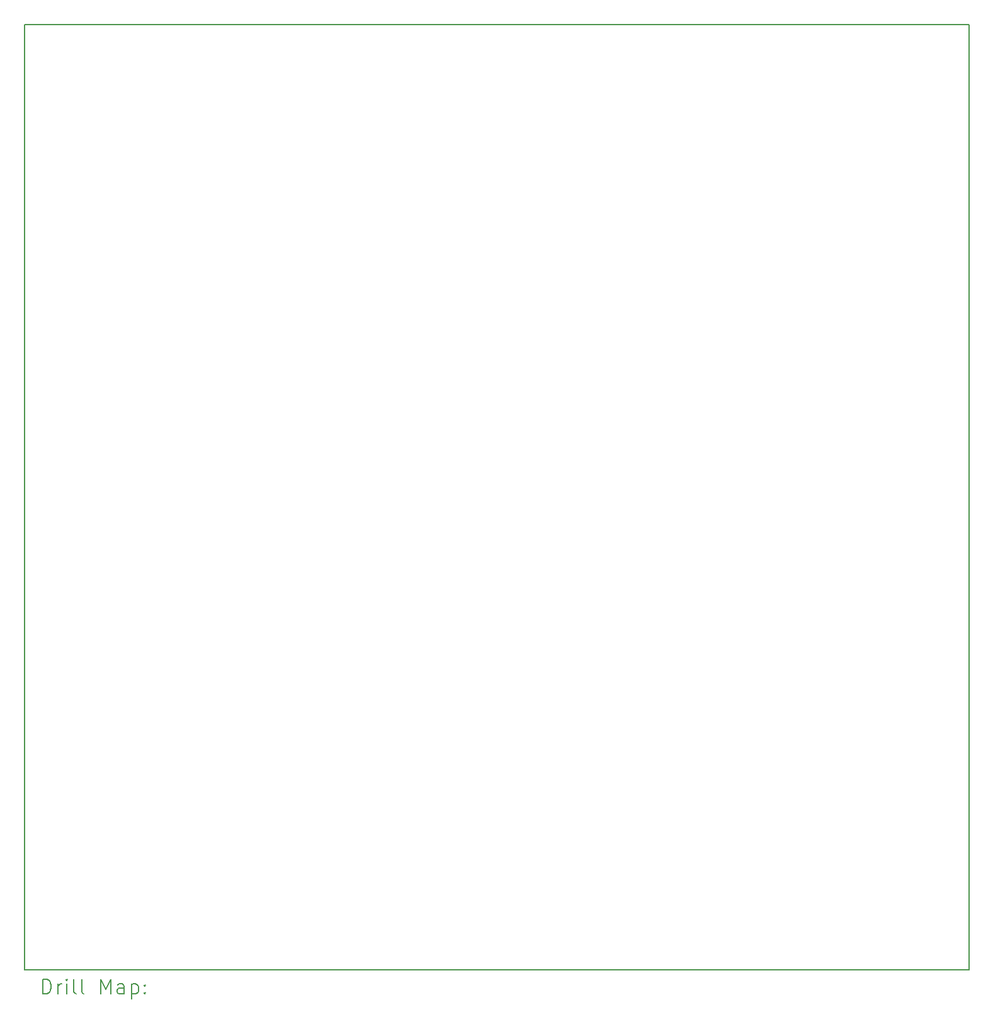
<source format=gbr>
%FSLAX45Y45*%
G04 Gerber Fmt 4.5, Leading zero omitted, Abs format (unit mm)*
G04 Created by KiCad (PCBNEW (6.0.0)) date 2023-02-19 13:33:10*
%MOMM*%
%LPD*%
G01*
G04 APERTURE LIST*
%TA.AperFunction,Profile*%
%ADD10C,0.200000*%
%TD*%
%ADD11C,0.200000*%
G04 APERTURE END LIST*
D10*
X14700000Y-2000000D02*
X14700000Y-14700000D01*
X14700000Y-14700000D02*
X2000000Y-14700000D01*
X2000000Y-2000000D02*
X14700000Y-2000000D01*
X2000000Y-2000000D02*
X2000000Y-14700000D01*
D11*
X2247619Y-15020476D02*
X2247619Y-14820476D01*
X2295238Y-14820476D01*
X2323810Y-14830000D01*
X2342857Y-14849048D01*
X2352381Y-14868095D01*
X2361905Y-14906190D01*
X2361905Y-14934762D01*
X2352381Y-14972857D01*
X2342857Y-14991905D01*
X2323810Y-15010952D01*
X2295238Y-15020476D01*
X2247619Y-15020476D01*
X2447619Y-15020476D02*
X2447619Y-14887143D01*
X2447619Y-14925238D02*
X2457143Y-14906190D01*
X2466667Y-14896667D01*
X2485714Y-14887143D01*
X2504762Y-14887143D01*
X2571429Y-15020476D02*
X2571429Y-14887143D01*
X2571429Y-14820476D02*
X2561905Y-14830000D01*
X2571429Y-14839524D01*
X2580952Y-14830000D01*
X2571429Y-14820476D01*
X2571429Y-14839524D01*
X2695238Y-15020476D02*
X2676190Y-15010952D01*
X2666667Y-14991905D01*
X2666667Y-14820476D01*
X2800000Y-15020476D02*
X2780952Y-15010952D01*
X2771429Y-14991905D01*
X2771429Y-14820476D01*
X3028571Y-15020476D02*
X3028571Y-14820476D01*
X3095238Y-14963333D01*
X3161905Y-14820476D01*
X3161905Y-15020476D01*
X3342857Y-15020476D02*
X3342857Y-14915714D01*
X3333333Y-14896667D01*
X3314286Y-14887143D01*
X3276190Y-14887143D01*
X3257143Y-14896667D01*
X3342857Y-15010952D02*
X3323809Y-15020476D01*
X3276190Y-15020476D01*
X3257143Y-15010952D01*
X3247619Y-14991905D01*
X3247619Y-14972857D01*
X3257143Y-14953809D01*
X3276190Y-14944286D01*
X3323809Y-14944286D01*
X3342857Y-14934762D01*
X3438095Y-14887143D02*
X3438095Y-15087143D01*
X3438095Y-14896667D02*
X3457143Y-14887143D01*
X3495238Y-14887143D01*
X3514286Y-14896667D01*
X3523809Y-14906190D01*
X3533333Y-14925238D01*
X3533333Y-14982381D01*
X3523809Y-15001428D01*
X3514286Y-15010952D01*
X3495238Y-15020476D01*
X3457143Y-15020476D01*
X3438095Y-15010952D01*
X3619048Y-15001428D02*
X3628571Y-15010952D01*
X3619048Y-15020476D01*
X3609524Y-15010952D01*
X3619048Y-15001428D01*
X3619048Y-15020476D01*
X3619048Y-14896667D02*
X3628571Y-14906190D01*
X3619048Y-14915714D01*
X3609524Y-14906190D01*
X3619048Y-14896667D01*
X3619048Y-14915714D01*
M02*

</source>
